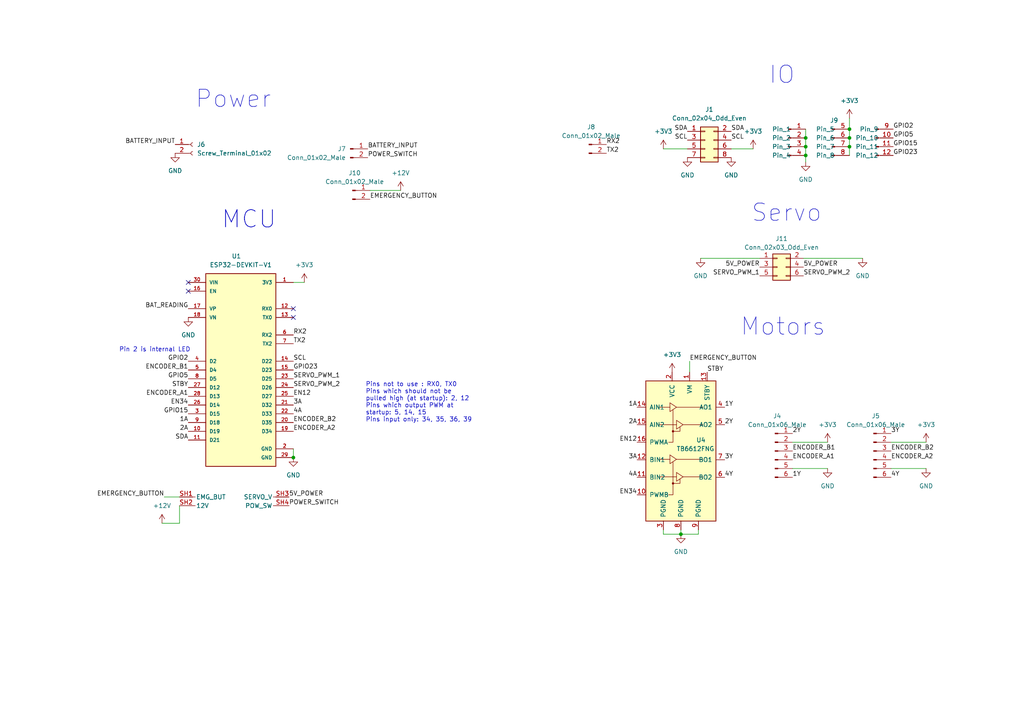
<source format=kicad_sch>
(kicad_sch (version 20230121) (generator eeschema)
  (paper "A4")
  (title_block (comment 1 "First version of stepper PAMI board (2023-10)"))
  (lib_symbols
    (symbol "Connector:Conn_01x02_Female" (pin_names (offset 1.016) hide)
      (property "Reference" "J" (at 0 2.54 0))
      (property "Value" "Conn_01x02_Female" (at 0 -5.08 0))
      (symbol "Conn_01x02_Female_1_1"
        (arc (start 0 -2.032) (mid -0.5058 -2.54) (end 0 -3.048) (stroke (width 0.1524)))
        (polyline (pts (xy -1.27 -2.54) (xy -0.508 -2.54)) (stroke (width 0.1524)))
        (polyline (pts (xy -1.27 0) (xy -0.508 0)) (stroke (width 0.1524)))
        (arc (start 0 0.508) (mid -0.5058 0) (end 0 -0.508) (stroke (width 0.1524)))
        (pin passive line (at -5.08 0 0) (length 3.81) (name "Pin_1") (number "1"))
        (pin passive line (at -5.08 -2.54 0) (length 3.81) (name "Pin_2") (number "2"))
      )
    )
    (symbol "Connector:Conn_01x02_Male" (pin_names (offset 1.016) hide)
      (property "Reference" "J" (at 0 2.54 0))
      (property "Value" "Conn_01x02_Male" (at 0 -5.08 0))
      (symbol "Conn_01x02_Male_1_1"
        (polyline (pts (xy 1.27 -2.54) (xy 0.8636 -2.54)) (stroke (width 0.1524)))
        (polyline (pts (xy 1.27 0) (xy 0.8636 0)) (stroke (width 0.1524)))
        (rectangle (start 0.8636 -2.413) (end 0 -2.667) (stroke (width 0.1524)) (fill (type outline)))
        (rectangle (start 0.8636 0.127) (end 0 -0.127) (stroke (width 0.1524)) (fill (type outline)))
        (pin passive line (at 5.08 0 180) (length 3.81) (name "Pin_1") (number "1"))
        (pin passive line (at 5.08 -2.54 180) (length 3.81) (name "Pin_2") (number "2"))
      )
    )
    (symbol "Connector:Conn_01x06_Male" (pin_names (offset 1.016) hide)
      (property "Reference" "J" (at 0 7.62 0))
      (property "Value" "Conn_01x06_Male" (at 0 -10.16 0))
      (symbol "Conn_01x06_Male_1_1"
        (polyline (pts (xy 1.27 -7.62) (xy 0.8636 -7.62)) (stroke (width 0.1524)))
        (polyline (pts (xy 1.27 -5.08) (xy 0.8636 -5.08)) (stroke (width 0.1524)))
        (polyline (pts (xy 1.27 -2.54) (xy 0.8636 -2.54)) (stroke (width 0.1524)))
        (polyline (pts (xy 1.27 0) (xy 0.8636 0)) (stroke (width 0.1524)))
        (polyline (pts (xy 1.27 2.54) (xy 0.8636 2.54)) (stroke (width 0.1524)))
        (polyline (pts (xy 1.27 5.08) (xy 0.8636 5.08)) (stroke (width 0.1524)))
        (rectangle (start 0.8636 -7.493) (end 0 -7.747) (stroke (width 0.1524)) (fill (type outline)))
        (rectangle (start 0.8636 -4.953) (end 0 -5.207) (stroke (width 0.1524)) (fill (type outline)))
        (rectangle (start 0.8636 -2.413) (end 0 -2.667) (stroke (width 0.1524)) (fill (type outline)))
        (rectangle (start 0.8636 0.127) (end 0 -0.127) (stroke (width 0.1524)) (fill (type outline)))
        (rectangle (start 0.8636 2.667) (end 0 2.413) (stroke (width 0.1524)) (fill (type outline)))
        (rectangle (start 0.8636 5.207) (end 0 4.953) (stroke (width 0.1524)) (fill (type outline)))
        (pin passive line (at 5.08 5.08 180) (length 3.81) (name "Pin_1") (number "1"))
        (pin passive line (at 5.08 2.54 180) (length 3.81) (name "Pin_2") (number "2"))
        (pin passive line (at 5.08 0 180) (length 3.81) (name "Pin_3") (number "3"))
        (pin passive line (at 5.08 -2.54 180) (length 3.81) (name "Pin_4") (number "4"))
        (pin passive line (at 5.08 -5.08 180) (length 3.81) (name "Pin_5") (number "5"))
        (pin passive line (at 5.08 -7.62 180) (length 3.81) (name "Pin_6") (number "6"))
      )
    )
    (symbol "Connector_Generic:Conn_02x03_Odd_Even" (pin_names (offset 1.016) hide)
      (property "Reference" "J" (at 1.27 5.08 0))
      (property "Value" "Conn_02x03_Odd_Even" (at 1.27 -5.08 0))
      (symbol "Conn_02x03_Odd_Even_1_1"
        (rectangle (start -1.27 -2.413) (end 0 -2.667) (stroke (width 0.1524)))
        (rectangle (start -1.27 0.127) (end 0 -0.127) (stroke (width 0.1524)))
        (rectangle (start -1.27 2.667) (end 0 2.413) (stroke (width 0.1524)))
        (rectangle (start -1.27 3.81) (end 3.81 -3.81) (stroke (width 0.254)) (fill (type background)))
        (rectangle (start 3.81 -2.413) (end 2.54 -2.667) (stroke (width 0.1524)))
        (rectangle (start 3.81 0.127) (end 2.54 -0.127) (stroke (width 0.1524)))
        (rectangle (start 3.81 2.667) (end 2.54 2.413) (stroke (width 0.1524)))
        (pin passive line (at -5.08 2.54 0) (length 3.81) (name "Pin_1") (number "1"))
        (pin passive line (at 7.62 2.54 180) (length 3.81) (name "Pin_2") (number "2"))
        (pin passive line (at -5.08 0 0) (length 3.81) (name "Pin_3") (number "3"))
        (pin passive line (at 7.62 0 180) (length 3.81) (name "Pin_4") (number "4"))
        (pin passive line (at -5.08 -2.54 0) (length 3.81) (name "Pin_5") (number "5"))
        (pin passive line (at 7.62 -2.54 180) (length 3.81) (name "Pin_6") (number "6"))
      )
    )
    (symbol "Connector_Generic:Conn_02x04_Odd_Even" (pin_names (offset 1.016) hide)
      (property "Reference" "J" (at 1.27 5.08 0))
      (property "Value" "Conn_02x04_Odd_Even" (at 1.27 -7.62 0))
      (symbol "Conn_02x04_Odd_Even_1_1"
        (rectangle (start -1.27 -4.953) (end 0 -5.207) (stroke (width 0.1524)))
        (rectangle (start -1.27 -2.413) (end 0 -2.667) (stroke (width 0.1524)))
        (rectangle (start -1.27 0.127) (end 0 -0.127) (stroke (width 0.1524)))
        (rectangle (start -1.27 2.667) (end 0 2.413) (stroke (width 0.1524)))
        (rectangle (start -1.27 3.81) (end 3.81 -6.35) (stroke (width 0.254)) (fill (type background)))
        (rectangle (start 3.81 -4.953) (end 2.54 -5.207) (stroke (width 0.1524)))
        (rectangle (start 3.81 -2.413) (end 2.54 -2.667) (stroke (width 0.1524)))
        (rectangle (start 3.81 0.127) (end 2.54 -0.127) (stroke (width 0.1524)))
        (rectangle (start 3.81 2.667) (end 2.54 2.413) (stroke (width 0.1524)))
        (pin passive line (at -5.08 2.54 0) (length 3.81) (name "Pin_1") (number "1"))
        (pin passive line (at 7.62 2.54 180) (length 3.81) (name "Pin_2") (number "2"))
        (pin passive line (at -5.08 0 0) (length 3.81) (name "Pin_3") (number "3"))
        (pin passive line (at 7.62 0 180) (length 3.81) (name "Pin_4") (number "4"))
        (pin passive line (at -5.08 -2.54 0) (length 3.81) (name "Pin_5") (number "5"))
        (pin passive line (at 7.62 -2.54 180) (length 3.81) (name "Pin_6") (number "6"))
        (pin passive line (at -5.08 -5.08 0) (length 3.81) (name "Pin_7") (number "7"))
        (pin passive line (at 7.62 -5.08 180) (length 3.81) (name "Pin_8") (number "8"))
      )
    )
    (symbol "MiAM_ESP32:Conn_03x04_Male"
      (property "Reference" "J" (at 0 0 0))
      (symbol "Conn_03x04_Male_1_1"
        (rectangle (start -13.1064 -10.033) (end -13.97 -10.287) (stroke (width 0.1524)) (fill (type outline)))
        (rectangle (start -13.1064 -7.493) (end -13.97 -7.747) (stroke (width 0.1524)) (fill (type outline)))
        (rectangle (start -13.1064 -4.953) (end -13.97 -5.207) (stroke (width 0.1524)) (fill (type outline)))
        (rectangle (start -13.1064 -2.413) (end -13.97 -2.667) (stroke (width 0.1524)) (fill (type outline)))
        (rectangle (start -0.4064 -10.033) (end -1.27 -10.287) (stroke (width 0.1524)) (fill (type outline)))
        (rectangle (start -0.4064 -7.493) (end -1.27 -7.747) (stroke (width 0.1524)) (fill (type outline)))
        (rectangle (start -0.4064 -4.953) (end -1.27 -5.207) (stroke (width 0.1524)) (fill (type outline)))
        (rectangle (start -0.4064 -2.413) (end -1.27 -2.667) (stroke (width 0.1524)) (fill (type outline)))
        (polyline (pts (xy -12.7 -10.16) (xy -13.1064 -10.16)) (stroke (width 0.1524)))
        (polyline (pts (xy -12.7 -7.62) (xy -13.1064 -7.62)) (stroke (width 0.1524)))
        (polyline (pts (xy -12.7 -5.08) (xy -13.1064 -5.08)) (stroke (width 0.1524)))
        (polyline (pts (xy -12.7 -2.54) (xy -13.1064 -2.54)) (stroke (width 0.1524)))
        (polyline (pts (xy 0 -10.16) (xy -0.4064 -10.16)) (stroke (width 0.1524)))
        (polyline (pts (xy 0 -7.62) (xy -0.4064 -7.62)) (stroke (width 0.1524)))
        (polyline (pts (xy 0 -5.08) (xy -0.4064 -5.08)) (stroke (width 0.1524)))
        (polyline (pts (xy 0 -2.54) (xy -0.4064 -2.54)) (stroke (width 0.1524)))
        (polyline (pts (xy 12.7 -10.16) (xy 12.2936 -10.16)) (stroke (width 0.1524)))
        (polyline (pts (xy 12.7 -7.62) (xy 12.2936 -7.62)) (stroke (width 0.1524)))
        (polyline (pts (xy 12.7 -5.08) (xy 12.2936 -5.08)) (stroke (width 0.1524)))
        (polyline (pts (xy 12.7 -2.54) (xy 12.2936 -2.54)) (stroke (width 0.1524)))
        (rectangle (start 12.2936 -10.033) (end 11.43 -10.287) (stroke (width 0.1524)) (fill (type outline)))
        (rectangle (start 12.2936 -7.493) (end 11.43 -7.747) (stroke (width 0.1524)) (fill (type outline)))
        (rectangle (start 12.2936 -4.953) (end 11.43 -5.207) (stroke (width 0.1524)) (fill (type outline)))
        (rectangle (start 12.2936 -2.413) (end 11.43 -2.667) (stroke (width 0.1524)) (fill (type outline)))
        (pin passive line (at -8.89 -2.54 180) (length 3.81) (name "Pin_1") (number "1"))
        (pin passive line (at 16.51 -5.08 180) (length 3.81) (name "Pin_10") (number "10"))
        (pin passive line (at 16.51 -7.62 180) (length 3.81) (name "Pin_11") (number "11"))
        (pin passive line (at 16.51 -10.16 180) (length 3.81) (name "Pin_12") (number "12"))
        (pin passive line (at -8.89 -5.08 180) (length 3.81) (name "Pin_2") (number "2"))
        (pin passive line (at -8.89 -7.62 180) (length 3.81) (name "Pin_3") (number "3"))
        (pin passive line (at -8.89 -10.16 180) (length 3.81) (name "Pin_4") (number "4"))
        (pin passive line (at 3.81 -2.54 180) (length 3.81) (name "Pin_5") (number "5"))
        (pin passive line (at 3.81 -5.08 180) (length 3.81) (name "Pin_6") (number "6"))
        (pin passive line (at 3.81 -7.62 180) (length 3.81) (name "Pin_7") (number "7"))
        (pin passive line (at 3.81 -10.16 180) (length 3.81) (name "Pin_8") (number "8"))
        (pin passive line (at 16.51 -2.54 180) (length 3.81) (name "Pin_9") (number "9"))
      )
    )
    (symbol "MiAM_ESP32:ESP32-DEVKIT-V1-ShieldPattern" (pin_names (offset 1.016))
      (property "Reference" "U" (at -10.16 30.48 0))
      (property "Value" "ESP32-DEVKIT-V1" (at -10.16 -30.48 0))
      (symbol "ESP32-DEVKIT-V1-ShieldPattern_0_0"
        (rectangle (start -10.16 -27.94) (end 10.16 27.94) (stroke (width 0.254)) (fill (type background)))
        (pin output line (at 15.24 25.4 180) (length 5.08) (name "3V3") (number "1"))
        (pin bidirectional line (at -15.24 -17.78 0) (length 5.08) (name "D19") (number "10"))
        (pin bidirectional line (at -15.24 -20.32 0) (length 5.08) (name "D21") (number "11"))
        (pin input line (at 15.24 17.78 180) (length 5.08) (name "RX0") (number "12"))
        (pin output line (at 15.24 15.24 180) (length 5.08) (name "TX0") (number "13"))
        (pin bidirectional line (at 15.24 2.54 180) (length 5.08) (name "D22") (number "14"))
        (pin bidirectional line (at 15.24 0 180) (length 5.08) (name "D23") (number "15"))
        (pin input line (at -15.24 22.86 0) (length 5.08) (name "EN") (number "16"))
        (pin bidirectional line (at -15.24 17.78 0) (length 5.08) (name "VP") (number "17"))
        (pin bidirectional line (at -15.24 15.24 0) (length 5.08) (name "VN") (number "18"))
        (pin bidirectional line (at 15.24 -17.78 180) (length 5.08) (name "D34") (number "19"))
        (pin power_in line (at 15.24 -22.86 180) (length 5.08) (name "GND") (number "2"))
        (pin bidirectional line (at 15.24 -15.24 180) (length 5.08) (name "D35") (number "20"))
        (pin bidirectional line (at 15.24 -10.16 180) (length 5.08) (name "D32") (number "21"))
        (pin bidirectional line (at 15.24 -12.7 180) (length 5.08) (name "D33") (number "22"))
        (pin bidirectional line (at 15.24 -2.54 180) (length 5.08) (name "D25") (number "23"))
        (pin bidirectional line (at 15.24 -5.08 180) (length 5.08) (name "D26") (number "24"))
        (pin bidirectional line (at 15.24 -7.62 180) (length 5.08) (name "D27") (number "25"))
        (pin bidirectional line (at -15.24 -10.16 0) (length 5.08) (name "D14") (number "26"))
        (pin bidirectional line (at -15.24 -5.08 0) (length 5.08) (name "D12") (number "27"))
        (pin bidirectional line (at -15.24 -7.62 0) (length 5.08) (name "D13") (number "28"))
        (pin power_in line (at 15.24 -25.4 180) (length 5.08) (name "GND") (number "29"))
        (pin bidirectional line (at -15.24 -12.7 0) (length 5.08) (name "D15") (number "3"))
        (pin input line (at -15.24 25.4 0) (length 5.08) (name "VIN") (number "30"))
        (pin bidirectional line (at -15.24 2.54 0) (length 5.08) (name "D2") (number "4"))
        (pin bidirectional line (at -15.24 0 0) (length 5.08) (name "D4") (number "5"))
        (pin input line (at 15.24 10.16 180) (length 5.08) (name "RX2") (number "6"))
        (pin output line (at 15.24 7.62 180) (length 5.08) (name "TX2") (number "7"))
        (pin bidirectional line (at -15.24 -2.54 0) (length 5.08) (name "D5") (number "8"))
        (pin bidirectional line (at -15.24 -15.24 0) (length 5.08) (name "D18") (number "9"))
      )
      (symbol "ESP32-DEVKIT-V1-ShieldPattern_1_1"
        (polyline (pts (xy -13.97 -39.37) (xy -13.208 -39.37)) (stroke (width 0.1524)))
        (polyline (pts (xy -13.97 -36.83) (xy -13.208 -36.83)) (stroke (width 0.1524)))
        (polyline (pts (xy 10.16 -39.37) (xy 9.398 -39.37)) (stroke (width 0.1524)))
        (polyline (pts (xy 10.16 -36.83) (xy 9.398 -36.83)) (stroke (width 0.1524)))
        (pin passive line (at -17.78 -36.83 0) (length 3.81) (name "EMG_BUT") (number "SH1"))
        (pin passive line (at -17.78 -39.37 0) (length 3.81) (name "12V") (number "SH2"))
        (pin passive line (at 13.97 -36.83 180) (length 3.81) (name "SERVO_V") (number "SH3"))
        (pin passive line (at 13.97 -39.37 180) (length 3.81) (name "POW_SW") (number "SH4"))
      )
    )
    (symbol "MiAM_ESP32:TB6612FNG" (pin_names (offset 1.016))
      (property "Reference" "U" (at -5.08 26.035 0))
      (property "Value" "TB6612FNG" (at -5.08 24.13 0))
      (symbol "TB6612FNG_0_1"
        (rectangle (start -10.16 22.86) (end 10.16 -17.78) (stroke (width 0.254)) (fill (type background)))
        (circle (center -2.286 -6.858) (radius 0.254) (fill (type outline)))
        (circle (center -2.286 8.255) (radius 0.254) (fill (type outline)))
        (polyline (pts (xy -6.35 -4.953) (xy -1.27 -4.953)))
        (polyline (pts (xy -6.35 0.127) (xy -3.175 0.127)))
        (polyline (pts (xy -6.35 10.16) (xy -1.27 10.16)))
        (polyline (pts (xy -6.35 15.24) (xy -3.175 15.24)))
        (polyline (pts (xy -1.27 0.127) (xy 6.35 0.127)))
        (polyline (pts (xy -1.27 15.24) (xy 6.35 15.24)))
        (polyline (pts (xy 0.635 -4.953) (xy 6.35 -4.953)))
        (polyline (pts (xy 0.635 10.16) (xy 6.35 10.16)))
        (polyline (pts (xy -2.286 -6.858) (xy -0.254 -6.858) (xy -0.254 -5.588)))
        (polyline (pts (xy -2.286 -0.635) (xy -2.286 -10.16) (xy -3.556 -10.16)))
        (polyline (pts (xy -2.286 8.255) (xy -0.254 8.255) (xy -0.254 9.525)))
        (polyline (pts (xy -2.286 14.478) (xy -2.286 5.08) (xy -3.556 5.08)))
        (polyline (pts (xy -3.175 1.397) (xy -3.175 -1.143) (xy -1.27 0.127) (xy -3.175 1.397)))
        (polyline (pts (xy -3.175 16.51) (xy -3.175 13.97) (xy -1.27 15.24) (xy -3.175 16.51)))
        (polyline (pts (xy -1.27 -3.683) (xy -1.27 -6.223) (xy 0.635 -4.953) (xy -1.27 -3.683)))
        (polyline (pts (xy -1.27 11.43) (xy -1.27 8.89) (xy 0.635 10.16) (xy -1.27 11.43)))
      )
      (symbol "TB6612FNG_1_1"
        (pin power_in line (at 2.54 25.4 270) (length 2.54) (name "VM") (number "1"))
        (pin input line (at -12.7 -10.16 0) (length 2.54) (name "PWMB") (number "10"))
        (pin input line (at -12.7 -5.08 0) (length 2.54) (name "BIN2") (number "11"))
        (pin input line (at -12.7 0 0) (length 2.54) (name "BIN1") (number "12"))
        (pin input line (at 7.62 25.4 270) (length 2.54) (name "STBY") (number "13"))
        (pin input line (at -12.7 15.24 0) (length 2.54) (name "AIN1") (number "14"))
        (pin input line (at -12.7 10.16 0) (length 2.54) (name "AIN2") (number "15"))
        (pin input line (at -12.7 5.08 0) (length 2.54) (name "PWMA") (number "16"))
        (pin power_in line (at -2.54 25.4 270) (length 2.54) (name "VCC") (number "2"))
        (pin power_in line (at -5.08 -20.32 90) (length 2.54) (name "PGND") (number "3"))
        (pin output line (at 12.7 15.24 180) (length 2.54) (name "AO1") (number "4"))
        (pin output line (at 12.7 10.16 180) (length 2.54) (name "AO2") (number "5"))
        (pin output line (at 12.7 -5.08 180) (length 2.54) (name "BO2") (number "6"))
        (pin output line (at 12.7 0 180) (length 2.54) (name "BO1") (number "7"))
        (pin power_in line (at 0 -20.32 90) (length 2.54) (name "PGND") (number "8"))
        (pin power_in line (at 5.08 -20.32 90) (length 2.54) (name "PGND") (number "9"))
      )
    )
    (symbol "power:+12V" (power) (pin_names (offset 0))
      (property "Value" "+12V" (at 0 3.556 0))
      (symbol "+12V_0_1"
        (polyline (pts (xy -0.762 1.27) (xy 0 2.54)))
        (polyline (pts (xy 0 0) (xy 0 2.54)))
        (polyline (pts (xy 0 2.54) (xy 0.762 1.27)))
      )
      (symbol "+12V_1_1"
        (pin power_in line (at 0 0 90) (length 0) hide (name "+12V") (number "1"))
      )
    )
    (symbol "power:+3V3" (power) (pin_names (offset 0))
      (property "Value" "+3V3" (at 0 3.556 0))
      (symbol "+3V3_0_1"
        (polyline (pts (xy -0.762 1.27) (xy 0 2.54)))
        (polyline (pts (xy 0 0) (xy 0 2.54)))
        (polyline (pts (xy 0 2.54) (xy 0.762 1.27)))
      )
      (symbol "+3V3_1_1"
        (pin power_in line (at 0 0 90) (length 0) hide (name "+3V3") (number "1"))
      )
    )
    (symbol "power:GND" (power) (pin_names (offset 0))
      (property "Value" "GND" (at 0 -3.81 0))
      (symbol "GND_0_1"
        (polyline (pts (xy 0 0) (xy 0 -1.27) (xy 1.27 -1.27) (xy 0 -2.54) (xy -1.27 -1.27) (xy 0 -1.27)))
      )
      (symbol "GND_1_1"
        (pin power_in line (at 0 0 270) (length 0) hide (name "GND") (number "1"))
      )
    )
  )
  (junction (at 246.38 40.005))
  (junction (at 233.68 40.005))
  (junction (at 233.68 45.085))
  (junction (at 246.38 42.545))
  (junction (at 246.38 37.465))
  (junction (at 85.09 132.715))
  (junction (at 233.68 42.545))
  (junction (at 197.485 154.94))
  (no_connect (at 85.09 92.075))
  (no_connect (at 54.61 84.455))
  (no_connect (at 85.09 89.535))
  (no_connect (at 54.61 81.915))
  (wire (pts (xy 197.485 153.67) (xy 197.485 154.94)))
  (wire (pts (xy 52.07 146.685) (xy 52.07 151.765)))
  (wire (pts (xy 246.38 40.005) (xy 246.38 42.545)))
  (wire (pts (xy 47.625 144.145) (xy 52.07 144.145)))
  (wire (pts (xy 212.09 43.18) (xy 218.44 43.18)))
  (wire (pts (xy 192.405 43.18) (xy 199.39 43.18)))
  (wire (pts (xy 246.38 37.465) (xy 246.38 40.005)))
  (wire (pts (xy 258.445 128.27) (xy 268.605 128.27)))
  (wire (pts (xy 229.87 135.89) (xy 240.03 135.89)))
  (wire (pts (xy 52.07 151.765) (xy 46.99 151.765)))
  (wire (pts (xy 202.565 154.94) (xy 202.565 153.67)))
  (wire (pts (xy 203.2 74.93) (xy 220.345 74.93)))
  (wire (pts (xy 233.68 40.005) (xy 233.68 42.545)))
  (wire (pts (xy 229.87 128.27) (xy 240.03 128.27)))
  (wire (pts (xy 197.485 154.94) (xy 202.565 154.94)))
  (wire (pts (xy 233.68 45.085) (xy 233.68 46.99)))
  (wire (pts (xy 200.025 104.775) (xy 200.025 107.95)))
  (wire (pts (xy 85.09 81.915) (xy 88.265 81.915)))
  (wire (pts (xy 85.09 130.175) (xy 85.09 132.715)))
  (wire (pts (xy 233.68 37.465) (xy 233.68 40.005)))
  (wire (pts (xy 107.315 55.245) (xy 116.205 55.245)))
  (wire (pts (xy 246.38 42.545) (xy 246.38 45.085)))
  (wire (pts (xy 233.045 74.93) (xy 250.19 74.93)))
  (wire (pts (xy 233.68 42.545) (xy 233.68 45.085)))
  (wire (pts (xy 192.405 154.94) (xy 192.405 153.67)))
  (wire (pts (xy 192.405 154.94) (xy 197.485 154.94)))
  (wire (pts (xy 246.38 34.29) (xy 246.38 37.465)))
  (wire (pts (xy 258.445 135.89) (xy 268.605 135.89)))
  (text "Pin 2 is internal LED" (at 55.245 102.235 0) (effects (font (size 1.27 1.27)) (justify right bottom)))
  (text "Power" (at 56.515 31.75 0) (effects (font (size 5 5)) (justify left bottom)))
  (text "MCU" (at 64.135 66.675 0) (effects (font (size 5 5)) (justify left bottom)))
  (text "IO" (at 222.885 24.765 0) (effects (font (size 5 5)) (justify left bottom)))
  (text "Servo" (at 217.805 64.77 0) (effects (font (size 5 5)) (justify left bottom)))
  (text "TB6612FNG pulls STBY low\nSo no issue with ESP32 boot seq" (at 146.685 214.63 0) (effects (font (size 1.27 1.27)) (justify right bottom)))
  (text "MCU" (at 64.135 66.675 0) (effects (font (size 5 5)) (justify left bottom)))
  (text "Motors" (at 214.63 97.79 0) (effects (font (size 5 5)) (justify left bottom)))
  (text "Pins not to use : RX0, TX0\nPins which should not be \npulled high (at startup): 2, 12\nPins which output PWM at\nstartup: 5, 14, 15\nPins input only: 34, 35, 36, 39" (at 106.045 122.555 0) (effects (font (size 1.27 1.27)) (justify left bottom)))
  (label "TX2" (at 175.895 44.45 0))
  (label "GPIO5" (at 259.08 40.005 0))
  (label "BATTERY_INPUT" (at 50.8 41.91 180))
  (label "5V_POWER" (at 83.82 144.145 0))
  (label "POWER_SWITCH" (at 83.82 146.685 0))
  (label "4A" (at 85.09 120.015 0))
  (label "ENCODER_A1" (at 54.61 114.935 180))
  (label "SDA" (at 199.39 38.1 180))
  (label "2A" (at 184.785 123.19 180))
  (label "STBY" (at 205.105 107.95 0))
  (label "SERVO_PWM_1" (at 85.09 109.855 0))
  (label "GPIO15" (at 259.08 42.545 0))
  (label "3A" (at 184.785 133.35 180))
  (label "1A" (at 184.785 118.11 180))
  (label "EN34" (at 184.785 143.51 180))
  (label "EMERGENCY_BUTTON" (at 200.025 104.775 0))
  (label "2Y" (at 229.87 125.73 0))
  (label "EN12" (at 184.785 128.27 180))
  (label "SERVO_PWM_1" (at 220.345 80.01 180))
  (label "SERVO_PWM_2" (at 233.045 80.01 0))
  (label "ENCODER_A1" (at 229.87 133.35 0))
  (label "TX2" (at 85.09 99.695 0))
  (label "POWER_SWITCH" (at 106.68 45.72 0))
  (label "GPIO2" (at 54.61 104.775 180))
  (label "RX2" (at 175.895 41.91 0))
  (label "GPIO2" (at 259.08 37.465 0))
  (label "SERVO_PWM_2" (at 85.09 112.395 0))
  (label "1A" (at 54.61 122.555 180))
  (label "2A" (at 54.61 125.095 180))
  (label "5V_POWER" (at 220.345 77.47 180))
  (label "GPIO23" (at 259.08 45.085 0))
  (label "SDA" (at 212.09 38.1 0))
  (label "EMERGENCY_BUTTON" (at 107.315 57.785 0))
  (label "SCL" (at 85.09 104.775 0))
  (label "ENCODER_A2" (at 85.09 125.095 0))
  (label "1Y" (at 210.185 118.11 0))
  (label "3Y" (at 258.445 125.73 0))
  (label "4Y" (at 210.185 138.43 0))
  (label "3A" (at 85.09 117.475 0))
  (label "SDA" (at 54.61 127.635 180))
  (label "4A" (at 184.785 138.43 180))
  (label "SCL" (at 212.09 40.64 0))
  (label "ENCODER_B1" (at 229.87 130.81 0))
  (label "GPIO15" (at 54.61 120.015 180))
  (label "ENCODER_B2" (at 85.09 122.555 0))
  (label "4Y" (at 258.445 138.43 0))
  (label "EMERGENCY_BUTTON" (at 47.625 144.145 180))
  (label "STBY" (at 54.61 112.395 180))
  (label "ENCODER_B2" (at 258.445 130.81 0))
  (label "EN34" (at 54.61 117.475 180))
  (label "ENCODER_B1" (at 54.61 107.315 180))
  (label "BAT_READING" (at 54.61 89.535 180))
  (label "SCL" (at 199.39 40.64 180))
  (label "1Y" (at 229.87 138.43 0))
  (label "RX2" (at 85.09 97.155 0))
  (label "GPIO23" (at 85.09 107.315 0))
  (label "3Y" (at 210.185 133.35 0))
  (label "GPIO5" (at 54.61 109.855 180))
  (label "5V_POWER" (at 233.045 77.47 0))
  (label "BATTERY_INPUT" (at 106.68 43.18 0))
  (label "2Y" (at 210.185 123.19 0))
  (label "ENCODER_A2" (at 258.445 133.35 0))
  (label "EN12" (at 85.09 114.935 0))
  (symbol (lib_id "power:+3V3") (at 88.265 81.915 0) (unit 1)
    (property "Reference" "#PWR06" (effects hide))
    (property "Value" "+3V3" (at 88.265 76.835 0))
  )
  (symbol (lib_id "power:+3V3") (at 192.405 43.18 0) (unit 1)
    (property "Reference" "#PWR03" (effects hide))
    (property "Value" "+3V3" (at 192.405 38.1 0))
  )
  (symbol (lib_id "power:+3V3") (at 246.38 34.29 0) (unit 1)
    (property "Reference" "#PWR017" (effects hide))
    (property "Value" "+3V3" (at 246.38 29.21 0))
  )
  (symbol (lib_id "power:GND") (at 85.09 132.715 0) (unit 1)
    (property "Reference" "#PWR05" (effects hide))
    (property "Value" "GND" (at 85.09 137.795 0))
  )
  (symbol (lib_id "power:+3V3") (at 194.945 107.95 0) (unit 1)
    (property "Reference" "#PWR09" (effects hide))
    (property "Value" "+3V3" (at 194.945 102.87 0))
  )
  (symbol (lib_id "power:GND") (at 203.2 74.93 0) (unit 1)
    (property "Reference" "#PWR019" (effects hide))
    (property "Value" "GND" (at 203.2 80.01 0))
  )
  (symbol (lib_id "power:GND") (at 212.09 45.72 0) (unit 1)
    (property "Reference" "#PWR022" (effects hide))
    (property "Value" "GND" (at 212.09 50.8 0))
  )
  (symbol (lib_id "Connector:Conn_01x02_Male") (at 102.235 55.245 0) (unit 1)
    (property "Reference" "J10" (at 102.87 50.165 0))
    (property "Value" "Conn_01x02_Male" (at 102.87 52.705 0))
    (property "Footprint" "Connector_PinHeader_2.54mm:PinHeader_1x02_P2.54mm_Vertical" (effects hide))
  )
  (symbol (lib_id "power:+12V") (at 46.99 151.765 0) (unit 1)
    (property "Reference" "#PWR01" (effects hide))
    (property "Value" "+12V" (at 46.99 146.685 0))
  )
  (symbol (lib_id "power:GND") (at 54.61 92.075 0) (unit 1)
    (property "Reference" "#PWR04" (effects hide))
    (property "Value" "GND" (at 54.61 97.155 0))
  )
  (symbol (lib_id "Connector:Conn_01x06_Male") (at 253.365 130.81 0) (unit 1)
    (property "Reference" "J5" (at 254 120.65 0))
    (property "Value" "Conn_01x06_Male" (at 254 123.19 0))
    (property "Footprint" "Connector_PinHeader_2.54mm:PinHeader_1x06_P2.54mm_Vertical" (effects hide))
  )
  (symbol (lib_id "Connector_Generic:Conn_02x03_Odd_Even") (at 225.425 77.47 0) (unit 1)
    (property "Reference" "J11" (at 226.695 69.215 0))
    (property "Value" "Conn_02x03_Odd_Even" (at 226.695 71.755 0))
    (property "Footprint" "Connector_PinHeader_2.54mm:PinHeader_2x03_P2.54mm_Vertical" (effects hide))
  )
  (symbol (lib_id "power:+3V3") (at 218.44 43.18 0) (unit 1)
    (property "Reference" "#PWR02" (effects hide))
    (property "Value" "+3V3" (at 218.44 38.1 0))
  )
  (symbol (lib_id "power:+12V") (at 116.205 55.245 0) (unit 1)
    (property "Reference" "#PWR018" (effects hide))
    (property "Value" "+12V" (at 116.205 50.165 0))
  )
  (symbol (lib_id "MiAM_ESP32:Conn_03x04_Male") (at 242.57 34.925 0) (unit 1)
    (property "Reference" "J9" (at 241.935 34.925 0))
    (property "Value" "~" (at 242.57 34.925 0))
    (property "Footprint" "MiAM_ESP32_Footprints:PinHeader_3x4_P2.54mm_Vertical" (effects hide))
  )
  (symbol (lib_id "power:+3V3") (at 268.605 128.27 0) (unit 1)
    (property "Reference" "#PWR013" (effects hide))
    (property "Value" "+3V3" (at 268.605 123.19 0))
  )
  (symbol (lib_id "power:GND") (at 240.03 135.89 0) (unit 1)
    (property "Reference" "#PWR012" (effects hide))
    (property "Value" "GND" (at 240.03 140.97 0))
  )
  (symbol (lib_id "power:GND") (at 199.39 45.72 0) (unit 1)
    (property "Reference" "#PWR021" (effects hide))
    (property "Value" "GND" (at 199.39 50.8 0))
  )
  (symbol (lib_id "Connector:Conn_01x02_Female") (at 55.88 41.91 0) (unit 1)
    (property "Reference" "J6" (at 57.15 41.91 0) (effects (justify left)))
    (property "Value" "Screw_Terminal_01x02" (at 57.15 44.45 0) (effects (justify left)))
    (property "Footprint" "Connector_JST:JST_PH_B2B-PH-K_1x02_P2.00mm_Vertical" (effects hide))
  )
  (symbol (lib_id "Connector:Conn_01x02_Male") (at 170.815 41.91 0) (unit 1)
    (property "Reference" "J8" (at 171.45 36.83 0))
    (property "Value" "Conn_01x02_Male" (at 171.45 39.37 0))
    (property "Footprint" "Connector_PinHeader_2.54mm:PinHeader_1x02_P2.54mm_Vertical" (effects hide))
  )
  (symbol (lib_id "Connector:Conn_01x06_Male") (at 224.79 130.81 0) (unit 1)
    (property "Reference" "J4" (at 225.425 120.65 0))
    (property "Value" "Conn_01x06_Male" (at 225.425 123.19 0))
    (property "Footprint" "Connector_PinHeader_2.54mm:PinHeader_1x06_P2.54mm_Vertical" (effects hide))
  )
  (symbol (lib_id "power:+3V3") (at 240.03 128.27 0) (unit 1)
    (property "Reference" "#PWR011" (effects hide))
    (property "Value" "+3V3" (at 240.03 123.19 0))
  )
  (symbol (lib_id "MiAM_ESP32:ESP32-DEVKIT-V1-ShieldPattern") (at 69.85 107.315 0) (unit 1)
    (property "Reference" "U1" (at 68.58 74.295 0))
    (property "Value" "ESP32-DEVKIT-V1" (at 69.85 76.835 0))
    (property "Footprint" "MiAM_ESP32_Footprints:ESP32_ShieldPattern" (effects hide))
    (property "PARTREV" "N/A" (effects hide))
    (property "STANDARD" "Manufacturer Recommendations" (effects hide))
    (property "MAXIMUM_PACKAGE_HEIGHT" "6.8 mm" (effects hide))
    (property "MANUFACTURER" "DOIT" (effects hide))
  )
  (symbol (lib_id "Connector_Generic:Conn_02x04_Odd_Even") (at 204.47 40.64 0) (unit 1)
    (property "Reference" "J1" (at 205.74 31.75 0))
    (property "Value" "Conn_02x04_Odd_Even" (at 205.74 34.29 0))
    (property "Footprint" "Connector_PinHeader_2.54mm:PinHeader_2x04_P2.54mm_Vertical" (effects hide))
  )
  (symbol (lib_id "Connector:Conn_01x02_Male") (at 101.6 43.18 0) (unit 1)
    (property "Reference" "J7" (at 100.33 43.1799 0) (effects (justify right)))
    (property "Value" "Conn_01x02_Male" (at 100.33 45.7199 0) (effects (justify right)))
    (property "Footprint" "Connector_PinHeader_2.54mm:PinHeader_1x02_P2.54mm_Vertical" (effects hide))
  )
  (symbol (lib_id "power:GND") (at 233.68 46.99 0) (unit 1)
    (property "Reference" "#PWR016" (effects hide))
    (property "Value" "GND" (at 233.68 52.07 0))
  )
  (symbol (lib_id "power:GND") (at 197.485 154.94 0) (unit 1)
    (property "Reference" "#PWR010" (effects hide))
    (property "Value" "GND" (at 197.485 160.02 0))
  )
  (symbol (lib_id "power:GND") (at 250.19 74.93 0) (unit 1)
    (property "Reference" "#PWR020" (effects hide))
    (property "Value" "GND" (at 250.19 80.01 0))
  )
  (symbol (lib_id "MiAM_ESP32:TB6612FNG") (at 197.485 133.35 0) (unit 1)
    (property "Reference" "U4" (at 201.93 127.635 0) (effects (justify left)))
    (property "Value" "TB6612FNG" (at 196.215 130.175 0) (effects (justify left)))
    (property "Footprint" "MiAM_ESP32_Footprints:TB6612FNG" (effects hide))
  )
  (symbol (lib_id "power:GND") (at 268.605 135.89 0) (unit 1)
    (property "Reference" "#PWR014" (effects hide))
    (property "Value" "GND" (at 268.605 140.97 0))
  )
  (symbol (lib_id "power:GND") (at 50.8 44.45 0) (unit 1)
    (property "Reference" "#PWR015" (effects hide))
    (property "Value" "GND" (at 50.8 49.53 0))
  )
)
</source>
